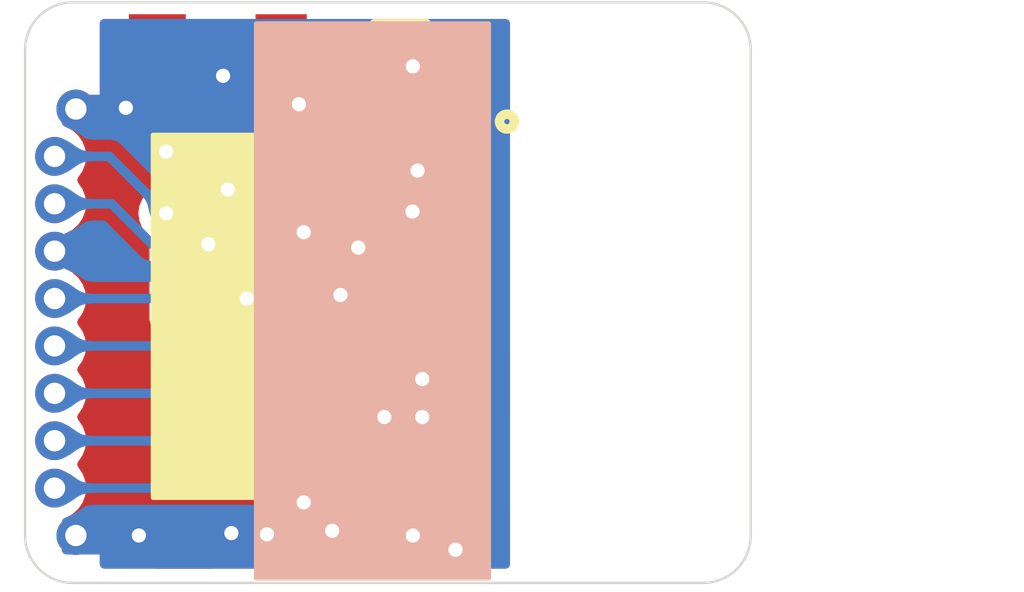
<source format=kicad_pcb>
(kicad_pcb (version 20240108) (generator "pcbnew") (generator_version "8.0")
  (layers (0 "F.Cu" signal) (31 "B.Cu" signal) (34 "B.Paste" user) (35 "F.Paste" user) (36 "B.SilkS" user "B.Silkscreen") (37 "F.SilkS" user "F.Silkscreen") (38 "B.Mask" user) (39 "F.Mask" user) (44 "Edge.Cuts" user))
  (net 0 "")
  (net 1 "/CLK")
  (net 2 "/DAT0")
  (net 3 "/CMD")
  (net 4 "/DAT2")
  (net 5 "+3.3V")
  (net 6 "/DAT1")
  (net 7 "/DAT3")
  (net 8 "GND")
  (footprint "H_conn:Molex_105162-0001_MicroSDcard" (layer "F.Cu") (at 82.76 58.85 90)
    (property "Reference" "J3" (hide yes))
    (property "Value" "Micro_SD_Card_Det1" (hide yes))
    (fp_line (start 5.65 6.45) (end 5.65 5.355) (stroke (width 0.2)) (layer "F.SilkS"))
    (fp_line (start -5.65 6.45) (end -5.65 6.028) (stroke (width 0.2)) (layer "F.SilkS"))
    (fp_line (start -5.65 6.45) (end 5.65 6.45) (stroke (width 0.2)) (layer "F.SilkS"))
    (fp_circle (center 3.584 8.15) (end 3.584 8.20657) (stroke (width 0.2)) (fill none) (layer "F.SilkS"))
    (pad "1" smd rect (at 3.55 7.34 90) (size 0.5 1) (layers "F.Cu" "F.Paste" "F.Mask") (net 4 "/DAT2"))
    (pad "2" smd rect (at 2.45 7.34 90) (size 0.5 1) (layers "F.Cu" "F.Paste" "F.Mask") (net 7 "/DAT3"))
    (pad "3" smd rect (at 1.35 7.34 90) (size 0.5 1) (layers "F.Cu" "F.Paste" "F.Mask") (net 3 "/CMD"))
    (pad "4" smd rect (at 0.25 7.34 90) (size 0.5 1) (layers "F.Cu" "F.Paste" "F.Mask") (net 5 "+3.3V"))
    (pad "5" smd rect (at -0.85 7.34 90) (size 0.5 1) (layers "F.Cu" "F.Paste" "F.Mask") (net 1 "/CLK"))
    (pad "6" smd rect (at -1.95 7.34 90) (size 0.5 1) (layers "F.Cu" "F.Paste" "F.Mask") (net 8 "GND"))
    (pad "7" smd rect (at -3.05 7.34 90) (size 0.5 1) (layers "F.Cu" "F.Paste" "F.Mask") (net 2 "/DAT0"))
    (pad "8" smd rect (at -4.15 7.34 90) (size 0.5 1) (layers "F.Cu" "F.Paste" "F.Mask") (net 6 "/DAT1"))
    (pad "9" smd rect (at 5.31 4.66 90) (size 0.72 0.78) (layers "F.Cu" "F.Paste" "F.Mask") (net 8 "GND"))
    (pad "10" smd rect (at -5.325 1.35 90) (size 1.05 1.2) (layers "F.Cu" "F.Paste" "F.Mask") (net 8 "GND"))
    (pad "10" smd rect (at -5.325 4.535 90) (size 1.05 2.39) (layers "F.Cu" "F.Paste" "F.Mask") (net 8 "GND"))
    (pad "10" smd rect (at -2.204 0.105 180) (size 0.55 2.91) (layers "F.Cu" "F.Paste" "F.Mask") (net 8 "GND"))
    (pad "10" smd rect (at 1.986 0.105 180) (size 0.55 2.91) (layers "F.Cu" "F.Paste" "F.Mask") (net 8 "GND"))
    (pad "10" smd rect (at 5.325 0.78 90) (size 1.05 1.2) (layers "F.Cu" "F.Paste" "F.Mask") (net 8 "GND"))
    (pad "10" smd rect (at 5.325 3.39 90) (size 1.05 1.08) (layers "F.Cu" "F.Paste" "F.Mask") (net 8 "GND"))
  )
  (footprint "H_conn:HFW8R-1STE1H1LF_1x8_P1.0mm_FPC_THT" (layer "F.Cu") (at 81.221499 59.5 90)
    (property "Reference" "J1" (hide yes))
    (property "Value" "Conn_01x08_Shielded" (hide yes))
    (pad "1" thru_hole circle (at 3.5 0.15 90) (size 0.82 0.82) (drill 0.45) (layers "*.Cu" "*.Mask") (net 6 "/DAT1"))
    (pad "2" thru_hole circle (at 2.5 0.15 90) (size 0.82 0.82) (drill 0.45) (layers "*.Cu" "*.Mask") (net 2 "/DAT0"))
    (pad "3" thru_hole circle (at 1.5 0.15 90) (size 0.82 0.82) (drill 0.45) (layers "*.Cu" "*.Mask") (net 8 "GND"))
    (pad "4" thru_hole circle (at 0.5 0.15 90) (size 0.82 0.82) (drill 0.45) (layers "*.Cu" "*.Mask") (net 1 "/CLK"))
    (pad "5" thru_hole circle (at -0.5 0.15 90) (size 0.82 0.82) (drill 0.45) (layers "*.Cu" "*.Mask") (net 5 "+3.3V"))
    (pad "6" thru_hole circle (at -1.5 0.15 90) (size 0.82 0.82) (drill 0.45) (layers "*.Cu" "*.Mask") (net 3 "/CMD"))
    (pad "7" thru_hole circle (at -2.5 0.15 90) (size 0.82 0.82) (drill 0.45) (layers "*.Cu" "*.Mask") (net 7 "/DAT3"))
    (pad "8" thru_hole circle (at -3.5 0.15 90) (size 0.82 0.82) (drill 0.45) (layers "*.Cu" "*.Mask") (net 4 "/DAT2"))
    (pad "SH" thru_hole circle (at -4.5 0.6 90) (size 0.82 0.82) (drill 0.45) (layers "*.Cu" "*.Mask") (net 8 "GND"))
    (pad "SH" thru_hole circle (at 4.5 0.6 90) (size 0.82 0.82) (drill 0.45) (layers "*.Cu" "*.Mask") (net 8 "GND"))
  )
  (gr_rect (start 85.624999 53.2) (end 90.524999 64.9) (stroke (width 0.1)) (fill solid) (layer "B.SilkS"))
  (gr_rect (start 83.45 55.55) (end 88.5 63.2) (stroke (width 0.1)) (fill solid) (layer "F.SilkS"))
  (gr_line (start 80.75 64) (end 80.75 53.75) (stroke (width 0.05)) (layer "Edge.Cuts"))
  (gr_line (start 96.05 53.75) (end 96.05 64) (stroke (width 0.05)) (layer "Edge.Cuts"))
  (gr_line (start 95.05 65) (end 81.75 65) (stroke (width 0.05)) (layer "Edge.Cuts"))
  (gr_arc (start 81.75 65) (mid 81.042893 64.707107) (end 80.75 64) (stroke (width 0.05)) (layer "Edge.Cuts"))
  (gr_arc (start 95.05 52.75) (mid 95.757107 53.042893) (end 96.05 53.75) (stroke (width 0.05)) (layer "Edge.Cuts"))
  (gr_arc (start 96.05 64) (mid 95.757107 64.707107) (end 95.05 65) (stroke (width 0.05)) (layer "Edge.Cuts"))
  (gr_arc (start 80.75 53.75) (mid 81.042893 53.042893) (end 81.75 52.75) (stroke (width 0.05)) (layer "Edge.Cuts"))
  (gr_line (start 81.75 52.75) (end 95.05 52.75) (stroke (width 0.05)) (layer "Edge.Cuts"))
  (segment (start 86.324999 59.7) (end 90.1 59.7) (width 0.2) (layer "F.Cu") (net 1))
  (segment (start 85.424999 59) (end 85.624999 59) (width 0.2) (layer "F.Cu") (net 1))
  (segment (start 85.624999 59) (end 86.324999 59.7) (width 0.2) (layer "F.Cu") (net 1))
  (via (at 85.424999 59) (size 0.66) (drill 0.3) (layers "F.Cu" "B.Cu") (net 1))
  (segment (start 85.424999 59) (end 81.371499 59) (width 0.2) (layer "B.Cu") (net 1))
  (segment (start 84.614136 57.852379) (end 84.614136 59.289137) (width 0.2) (layer "F.Cu") (net 2))
  (segment (start 84.614136 59.289137) (end 87.724999 62.4) (width 0.2) (layer "F.Cu") (net 2))
  (segment (start 87.724999 62.4) (end 89.3 62.4) (width 0.2) (layer "F.Cu") (net 2))
  (segment (start 89.3 62.4) (end 89.8 61.9) (width 0.2) (layer "F.Cu") (net 2))
  (segment (start 89.8 61.9) (end 90.1 61.9) (width 0.2) (layer "F.Cu") (net 2))
  (via (at 84.614136 57.852379) (size 0.66) (drill 0.3) (layers "F.Cu" "B.Cu") (net 2))
  (segment (start 83.427378 57.852379) (end 82.574999 57) (width 0.2) (layer "B.Cu") (net 2))
  (segment (start 82.574999 57) (end 81.371499 57) (width 0.2) (layer "B.Cu") (net 2))
  (segment (start 84.614136 57.852379) (end 83.427378 57.852379) (width 0.2) (layer "B.Cu") (net 2))
  (segment (start 87.774999 57.925) (end 89.175 57.925) (width 0.2) (layer "F.Cu") (net 3))
  (segment (start 89.175 57.925) (end 89.6 57.5) (width 0.2) (layer "F.Cu") (net 3))
  (segment (start 89.6 57.5) (end 90.1 57.5) (width 0.2) (layer "F.Cu") (net 3))
  (via (at 87.774999 57.925) (size 0.66) (drill 0.3) (layers "F.Cu" "B.Cu") (net 3))
  (segment (start 88.224999 58.375) (end 88.224999 59.2) (width 0.2) (layer "B.Cu") (net 3))
  (segment (start 88.224999 59.2) (end 87.849999 59.575) (width 0.2) (layer "B.Cu") (net 3))
  (segment (start 87.849999 59.575) (end 86.949999 59.575) (width 0.2) (layer "B.Cu") (net 3))
  (segment (start 86.949999 59.575) (end 85.524999 61) (width 0.2) (layer "B.Cu") (net 3))
  (segment (start 87.774999 57.925) (end 88.224999 58.375) (width 0.2) (layer "B.Cu") (net 3))
  (segment (start 85.524999 61) (end 81.371499 61) (width 0.2) (layer "B.Cu") (net 3))
  (segment (start 89.024999 56.075001) (end 89.8 55.3) (width 0.2) (layer "F.Cu") (net 4))
  (segment (start 89.8 55.3) (end 90.1 55.3) (width 0.2) (layer "F.Cu") (net 4))
  (segment (start 89.024999 56.3) (end 89.024999 56.075001) (width 0.2) (layer "F.Cu") (net 4))
  (via (at 89.024999 56.3) (size 0.66) (drill 0.3) (layers "F.Cu" "B.Cu") (net 4))
  (segment (start 85.924999 63) (end 81.371499 63) (width 0.2) (layer "B.Cu") (net 4))
  (segment (start 89.624999 59.3) (end 85.924999 63) (width 0.2) (layer "B.Cu") (net 4))
  (segment (start 89.624999 56.9) (end 89.624999 59.3) (width 0.2) (layer "B.Cu") (net 4))
  (segment (start 89.024999 56.3) (end 89.624999 56.9) (width 0.2) (layer "B.Cu") (net 4))
  (segment (start 87.399999 58.925) (end 88.875 58.925) (width 0.2) (layer "F.Cu") (net 5))
  (segment (start 88.875 58.925) (end 89.2 58.6) (width 0.2) (layer "F.Cu") (net 5))
  (segment (start 89.2 58.6) (end 90.1 58.6) (width 0.2) (layer "F.Cu") (net 5))
  (via (at 87.399999 58.925) (size 0.66) (drill 0.3) (layers "F.Cu" "B.Cu") (net 5))
  (segment (start 86.599999 58.8) (end 85.4 59.999999) (width 0.2) (layer "B.Cu") (net 5))
  (segment (start 87.399999 58.925) (end 87.274999 58.8) (width 0.2) (layer "B.Cu") (net 5))
  (segment (start 87.274999 58.8) (end 86.599999 58.8) (width 0.2) (layer "B.Cu") (net 5))
  (segment (start 85.4 59.999999) (end 81.221499 59.999999) (width 0.2) (layer "B.Cu") (net 5))
  (segment (start 87.324999 63) (end 90.1 63) (width 0.2) (layer "F.Cu") (net 6))
  (segment (start 83.724999 57.2) (end 83.724999 59.4) (width 0.2) (layer "F.Cu") (net 6))
  (segment (start 83.724999 59.4) (end 87.324999 63) (width 0.2) (layer "F.Cu") (net 6))
  (via (at 83.724999 57.2) (size 0.66) (drill 0.3) (layers "F.Cu" "B.Cu") (net 6))
  (segment (start 82.524999 56) (end 83.724999 57.2) (width 0.2) (layer "B.Cu") (net 6))
  (segment (start 81.221499 56) (end 82.524999 56) (width 0.2) (layer "B.Cu") (net 6))
  (segment (start 88.918551 57.164841) (end 89.085159 57.164841) (width 0.2) (layer "F.Cu") (net 7))
  (segment (start 89.085159 57.164841) (end 89.85 56.4) (width 0.2) (layer "F.Cu") (net 7))
  (segment (start 89.85 56.4) (end 90.1 56.4) (width 0.2) (layer "F.Cu") (net 7))
  (via (at 88.918551 57.164841) (size 0.66) (drill 0.3) (layers "F.Cu" "B.Cu") (net 7))
  (segment (start 88.918551 57.164841) (end 88.918551 59.106448) (width 0.2) (layer "B.Cu") (net 7))
  (segment (start 88.918551 59.106448) (end 86.024999 62) (width 0.2) (layer "B.Cu") (net 7))
  (segment (start 86.024999 62) (end 81.121499 62) (width 0.2) (layer "B.Cu") (net 7))
  (via (at 86.624999 63.3) (size 0.66) (drill 0.3) (layers "F.Cu" "B.Cu") (net 8))
  (via (at 86.524999 54.9) (size 0.66) (drill 0.3) (layers "F.Cu" "B.Cu") (net 8))
  (via (at 83.15 64) (size 0.66) (drill 0.3) (layers "F.Cu" "B.Cu") (net 8))
  (via (at 89.824999 64.3) (size 0.66) (drill 0.3) (layers "F.Cu" "B.Cu") (net 8))
  (via (at 85.024999 56.7) (size 0.66) (drill 0.3) (layers "F.Cu" "B.Cu") (net 8))
  (via (at 82.875 54.975) (size 0.66) (drill 0.3) (layers "F.Cu" "B.Cu") (net 8))
  (via (at 85.85 63.975) (size 0.66) (drill 0.3) (layers "F.Cu" "B.Cu") (net 8))
  (via (at 83.724999 55.9) (size 0.66) (drill 0.3) (layers "F.Cu" "B.Cu") (net 8))
  (via (at 89.124999 61.5) (size 0.66) (drill 0.3) (layers "F.Cu" "B.Cu") (net 8))
  (via (at 85.1 63.95) (size 0.66) (drill 0.3) (layers "F.Cu" "B.Cu") (net 8))
  (via (at 88.924999 64) (size 0.66) (drill 0.3) (layers "F.Cu" "B.Cu") (net 8))
  (via (at 84.924999 54.3) (size 0.66) (drill 0.3) (layers "F.Cu" "B.Cu") (net 8))
  (via (at 89.124999 60.7) (size 0.66) (drill 0.3) (layers "F.Cu" "B.Cu") (net 8))
  (via (at 87.224999 63.9) (size 0.66) (drill 0.3) (layers "F.Cu" "B.Cu") (net 8))
  (via (at 88.924999 54.1) (size 0.66) (drill 0.3) (layers "F.Cu" "B.Cu") (net 8))
  (via (at 88.324999 61.5) (size 0.66) (drill 0.3) (layers "F.Cu" "B.Cu") (net 8))
  (via (at 86.624999 57.6) (size 0.66) (drill 0.3) (layers "F.Cu" "B.Cu") (net 8))
  (zone (net 8) (net_name "GND") (layers "F&B.Cu") (connect_pads yes (clearance 0.25)) (min_thickness 0.18) (fill yes (thermal_gap 0.25) (thermal_bridge_width 0.5))
    (polygon (pts (xy 90.974999 53.1) (xy 82.324999 53.1) (xy 82.324999 54.7) (xy 81.524999 54.7) (xy 81.524999 64.4) (xy 82.324999 64.4) (xy 82.324999 65.2) (xy 90.974999 65.2)))
  )
)
</source>
